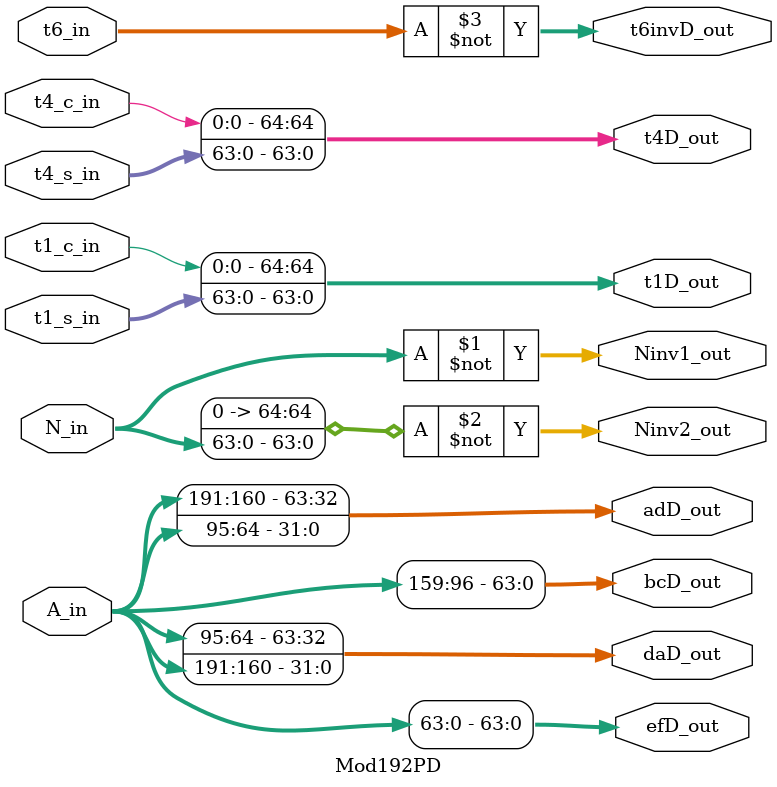
<source format=v>
`timescale 1 ns/1 ps                                   
module Mod192PD(Ninv1_out,                             
                Ninv2_out,                             
			    efD_out,                                 
				daD_out,                                 
			    bcD_out,                                 
				adD_out,                                 
			    t1D_out,                                 
				t4D_out,                                 
				t6invD_out,                              
			    t1_s_in,                                 
			    t1_c_in,                                 
				t4_s_in,                                 
			    t4_c_in,                                 
				t6_in,                                   
                A_in,                                  
		        N_in                                     
                ) ;                                    
parameter D_WIDTH     = 192 ;                          
parameter P_WIDTH     = 64 ;                           
parameter SEG_ZERO    = 32'h0 ;                        
                                                       
output [P_WIDTH-1:0] Ninv1_out ;                       
output [P_WIDTH:0]   Ninv2_out ;                       
output [P_WIDTH-1:0] efD_out ;                         
output [P_WIDTH-1:0] daD_out ;                         
output [P_WIDTH-1:0] bcD_out ;                         
output [P_WIDTH-1:0] adD_out ;                         
output [P_WIDTH:0]   t1D_out ;                         
output [P_WIDTH:0]   t4D_out ;                         
output [P_WIDTH-1:0] t6invD_out ;                      
                                                       
input [P_WIDTH-1:0] t1_s_in ;                          
input               t1_c_in ;                          
input [P_WIDTH-1:0] t4_s_in ;                          
input               t4_c_in ;                          
input [P_WIDTH-1:0] t6_in ;                            
input [D_WIDTH-1:0] A_in ;                             
input [P_WIDTH-1:0] N_in ;                             
                                                       
	                                                     
	//64-bit inverter N                                  
	assign Ninv1_out = (~N_in) ;                         
	//65-bit inverter N                                  
	assign Ninv2_out = ~{1'b0, N_in} ;                   
	//(2^32e)+f                                          
	assign efD_out = {A_in[63:32], A_in[31:0]} ;         
	//(2^32d+a) mod prime	                             
	assign daD_out = {A_in[95:64], A_in[191:160]} ;      
	//(2^32b+c) mod prime	                             
	assign bcD_out = {A_in[159:128], A_in[127:96]} ;     
	//(2^32a+d) mod prime	                             
	assign adD_out = {A_in[191:160], A_in[95:64]} ;      
	//65-bit t1                                          
	assign t1D_out = {t1_c_in,t1_s_in} ;                 
	//65-bit t4                                          
	assign t4D_out = {t4_c_in,t4_s_in} ;                 
	// inverter t6                                       
	assign t6invD_out = (~t6_in) ;                       
	                                                     
endmodule                                              

</source>
